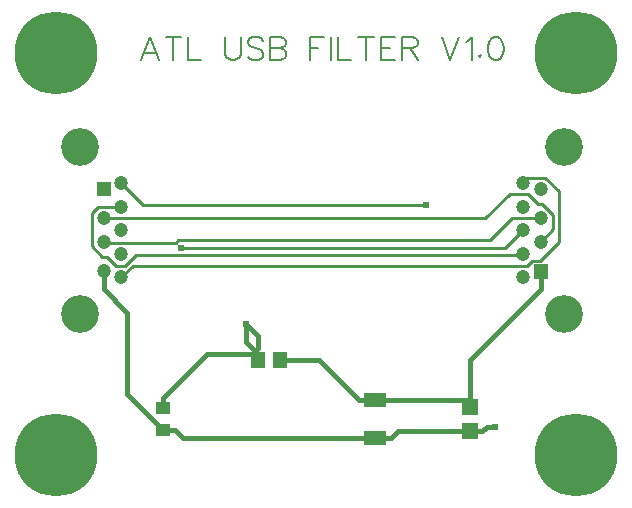
<source format=gtl>
G04 Layer: TopLayer*
G04 EasyEDA v6.4.20.6, 2021-08-19T13:16:06+10:00*
G04 9d4605ca98984d129178a5d3578e3ea3,9bf960991b9d4efa812b5d32ee5e6833,10*
G04 Gerber Generator version 0.2*
G04 Scale: 100 percent, Rotated: No, Reflected: No *
G04 Dimensions in millimeters *
G04 leading zeros omitted , absolute positions ,4 integer and 5 decimal *
%FSLAX45Y45*%
%MOMM*%

%ADD10C,0.2540*%
%ADD11C,0.4000*%
%ADD12C,0.2032*%
%ADD13C,0.6100*%
%ADD14R,1.2500X1.0000*%
%ADD15R,1.9000X1.2000*%
%ADD16R,1.3500X1.4100*%
%ADD18C,3.2000*%
%ADD20C,1.1989*%
%ADD21C,7.0000*%

%LPD*%
D12*
X1991613Y8332978D02*
G01*
X1917700Y8139176D01*
X1991613Y8332978D02*
G01*
X2065527Y8139176D01*
X1945386Y8203692D02*
G01*
X2037841Y8203692D01*
X2191004Y8332978D02*
G01*
X2191004Y8139176D01*
X2126488Y8332978D02*
G01*
X2255774Y8332978D01*
X2316734Y8332978D02*
G01*
X2316734Y8139176D01*
X2316734Y8139176D02*
G01*
X2427477Y8139176D01*
X2630677Y8332978D02*
G01*
X2630677Y8194547D01*
X2640075Y8166862D01*
X2658363Y8148320D01*
X2686050Y8139176D01*
X2704591Y8139176D01*
X2732277Y8148320D01*
X2750820Y8166862D01*
X2759963Y8194547D01*
X2759963Y8332978D01*
X2950209Y8305292D02*
G01*
X2931922Y8323834D01*
X2904236Y8332978D01*
X2867152Y8332978D01*
X2839465Y8323834D01*
X2820924Y8305292D01*
X2820924Y8286750D01*
X2830322Y8268462D01*
X2839465Y8259063D01*
X2858008Y8249920D01*
X2913379Y8231378D01*
X2931922Y8222234D01*
X2941065Y8213089D01*
X2950209Y8194547D01*
X2950209Y8166862D01*
X2931922Y8148320D01*
X2904236Y8139176D01*
X2867152Y8139176D01*
X2839465Y8148320D01*
X2820924Y8166862D01*
X3011170Y8332978D02*
G01*
X3011170Y8139176D01*
X3011170Y8332978D02*
G01*
X3094481Y8332978D01*
X3122168Y8323834D01*
X3131311Y8314689D01*
X3140709Y8296147D01*
X3140709Y8277605D01*
X3131311Y8259063D01*
X3122168Y8249920D01*
X3094481Y8240776D01*
X3011170Y8240776D02*
G01*
X3094481Y8240776D01*
X3122168Y8231378D01*
X3131311Y8222234D01*
X3140709Y8203692D01*
X3140709Y8176005D01*
X3131311Y8157463D01*
X3122168Y8148320D01*
X3094481Y8139176D01*
X3011170Y8139176D01*
X3343909Y8332978D02*
G01*
X3343909Y8139176D01*
X3343909Y8332978D02*
G01*
X3463797Y8332978D01*
X3343909Y8240776D02*
G01*
X3417570Y8240776D01*
X3524758Y8332978D02*
G01*
X3524758Y8139176D01*
X3585718Y8332978D02*
G01*
X3585718Y8139176D01*
X3585718Y8139176D02*
G01*
X3696715Y8139176D01*
X3822191Y8332978D02*
G01*
X3822191Y8139176D01*
X3757675Y8332978D02*
G01*
X3886961Y8332978D01*
X3947922Y8332978D02*
G01*
X3947922Y8139176D01*
X3947922Y8332978D02*
G01*
X4067809Y8332978D01*
X3947922Y8240776D02*
G01*
X4021836Y8240776D01*
X3947922Y8139176D02*
G01*
X4067809Y8139176D01*
X4128770Y8332978D02*
G01*
X4128770Y8139176D01*
X4128770Y8332978D02*
G01*
X4212081Y8332978D01*
X4239768Y8323834D01*
X4248911Y8314689D01*
X4258309Y8296147D01*
X4258309Y8277605D01*
X4248911Y8259063D01*
X4239768Y8249920D01*
X4212081Y8240776D01*
X4128770Y8240776D01*
X4193540Y8240776D02*
G01*
X4258309Y8139176D01*
X4461509Y8332978D02*
G01*
X4535170Y8139176D01*
X4609084Y8332978D02*
G01*
X4535170Y8139176D01*
X4670043Y8296147D02*
G01*
X4688586Y8305292D01*
X4716272Y8332978D01*
X4716272Y8139176D01*
X4786629Y8185150D02*
G01*
X4777231Y8176005D01*
X4786629Y8166862D01*
X4795774Y8176005D01*
X4786629Y8185150D01*
X4912106Y8332978D02*
G01*
X4884420Y8323834D01*
X4865877Y8296147D01*
X4856734Y8249920D01*
X4856734Y8222234D01*
X4865877Y8176005D01*
X4884420Y8148320D01*
X4912106Y8139176D01*
X4930647Y8139176D01*
X4958334Y8148320D01*
X4976875Y8176005D01*
X4986020Y8222234D01*
X4986020Y8249920D01*
X4976875Y8296147D01*
X4958334Y8323834D01*
X4930647Y8332978D01*
X4912106Y8332978D01*
D11*
X2099998Y5010017D02*
G01*
X2202538Y5010017D01*
X3899994Y4939990D02*
G01*
X2272565Y4939990D01*
X2202538Y5010017D01*
X3967507Y4939990D02*
G01*
X3899994Y4939990D01*
X3967507Y4939990D02*
G01*
X4035021Y4939990D01*
X4699993Y4997013D02*
G01*
X4092044Y4997013D01*
X4035021Y4939990D01*
X4753764Y4997013D02*
G01*
X4699993Y4997013D01*
X4753764Y4997013D02*
G01*
X4807536Y4997013D01*
X4912184Y5033131D02*
G01*
X4843655Y5033131D01*
X4807536Y4997013D01*
X1599897Y6349994D02*
G01*
X1599897Y6200160D01*
X1801370Y5998687D01*
X1801370Y5308645D01*
X2099998Y5010017D01*
X2099998Y5190002D02*
G01*
X2099998Y5280045D01*
X2906016Y5652536D02*
G01*
X2472489Y5652536D01*
X2099998Y5280045D01*
X2906019Y5652536D02*
G01*
X2806700Y5751852D01*
X2806700Y5905500D01*
X2906016Y5600009D02*
G01*
X2906016Y5652536D01*
X2806700Y5905500D02*
G01*
X2906019Y5806180D01*
X2906019Y5705066D01*
X4699993Y5260004D02*
G01*
X4699993Y5203007D01*
X5299991Y6349994D02*
G01*
X5299991Y6200007D01*
X4699993Y5600009D01*
X4699993Y5260004D01*
X4699993Y5260004D02*
G01*
X4035021Y5260004D01*
X3899994Y5260004D02*
G01*
X4035021Y5260004D01*
X3899994Y5260004D02*
G01*
X3764968Y5260004D01*
X3093976Y5600009D02*
G01*
X3424963Y5600009D01*
X3764968Y5260004D01*
D10*
X5300093Y6599930D02*
G01*
X5407383Y6707220D01*
X5407383Y6825686D01*
X5308018Y6925050D01*
X5274947Y6925050D01*
X5192803Y7007194D01*
X5038244Y7007194D01*
X4831133Y6800082D01*
X1599897Y6800082D01*
X1599897Y6599930D02*
G01*
X1605968Y6593860D01*
X2211351Y6593860D01*
X2230909Y6613418D01*
X4871519Y6613418D01*
X5058183Y6800082D01*
X5300093Y6800082D01*
X1750011Y7100056D02*
G01*
X1933018Y6917049D01*
X4326486Y6917049D01*
X1750011Y6899904D02*
G01*
X1548843Y6899904D01*
X1498069Y6849130D01*
X1498069Y6566936D01*
X1590042Y6474962D01*
X1625043Y6474962D01*
X1707187Y6392819D01*
X1778281Y6392819D01*
X1872084Y6486621D01*
X5136492Y6486621D01*
X5149979Y6500108D01*
X2257148Y6550019D02*
G01*
X4999992Y6550019D01*
X5149979Y6700006D01*
X5149979Y7100056D02*
G01*
X5192803Y7142881D01*
X5340225Y7142881D01*
X5453890Y7029216D01*
X5453890Y6602826D01*
X5293972Y6442908D01*
X5224071Y6442908D01*
X5181196Y6400032D01*
X1850087Y6400032D01*
X1750011Y6299956D01*
D14*
G01*
X2099995Y5009997D03*
G01*
X2099995Y5190007D03*
D15*
G01*
X3899992Y5260009D03*
G01*
X3899992Y4939995D03*
G36*
X4767498Y5132499D02*
G01*
X4632497Y5132499D01*
X4632497Y5273499D01*
X4767498Y5273499D01*
G37*
D16*
G01*
X4699990Y4996992D03*
G36*
X2846075Y5665022D02*
G01*
X2965963Y5665022D01*
X2965963Y5534974D01*
X2846075Y5534974D01*
G37*
G36*
X3034035Y5665022D02*
G01*
X3153923Y5665022D01*
X3153923Y5534974D01*
X3034035Y5534974D01*
G37*
D18*
G01*
X5499988Y5993104D03*
G01*
X5499988Y7406868D03*
G36*
X5240055Y6289992D02*
G01*
X5240055Y6409982D01*
X5359943Y6409982D01*
X5359943Y6289992D01*
G37*
D20*
G01*
X5300090Y6599910D03*
G01*
X5300090Y6800062D03*
G01*
X5300090Y7049998D03*
G01*
X5149977Y6299936D03*
G01*
X5149977Y6500088D03*
G01*
X5149977Y6699986D03*
G01*
X5149977Y6899884D03*
G01*
X5149977Y7100036D03*
D18*
G01*
X1399997Y7406868D03*
G01*
X1399997Y5993104D03*
G36*
X1659943Y7110006D02*
G01*
X1659943Y6990016D01*
X1540055Y6990016D01*
X1540055Y7110006D01*
G37*
D20*
G01*
X1599895Y6800062D03*
G01*
X1599895Y6599910D03*
G01*
X1599895Y6349974D03*
G01*
X1750009Y7100036D03*
G01*
X1750009Y6899884D03*
G01*
X1750009Y6699986D03*
G01*
X1750009Y6500088D03*
G01*
X1750009Y6299936D03*
D21*
G01*
X1199997Y8200009D03*
G01*
X5599988Y8200009D03*
G01*
X5599988Y4799990D03*
G01*
X1199997Y4799990D03*
D13*
G01*
X4912182Y5033137D03*
G01*
X2806700Y5905500D03*
G01*
X4326483Y6917054D03*
G01*
X2257145Y6550025D03*
M02*

</source>
